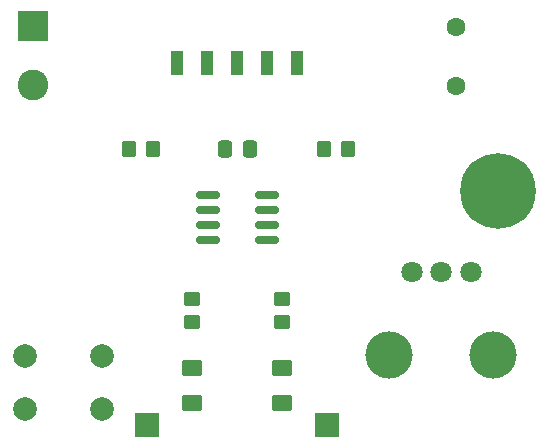
<source format=gts>
%TF.GenerationSoftware,KiCad,Pcbnew,(6.0.7)*%
%TF.CreationDate,2022-08-07T20:56:25-04:00*%
%TF.ProjectId,2022_generic,32303232-5f67-4656-9e65-7269632e6b69,rev?*%
%TF.SameCoordinates,Original*%
%TF.FileFunction,Soldermask,Top*%
%TF.FilePolarity,Negative*%
%FSLAX46Y46*%
G04 Gerber Fmt 4.6, Leading zero omitted, Abs format (unit mm)*
G04 Created by KiCad (PCBNEW (6.0.7)) date 2022-08-07 20:56:25*
%MOMM*%
%LPD*%
G01*
G04 APERTURE LIST*
G04 Aperture macros list*
%AMRoundRect*
0 Rectangle with rounded corners*
0 $1 Rounding radius*
0 $2 $3 $4 $5 $6 $7 $8 $9 X,Y pos of 4 corners*
0 Add a 4 corners polygon primitive as box body*
4,1,4,$2,$3,$4,$5,$6,$7,$8,$9,$2,$3,0*
0 Add four circle primitives for the rounded corners*
1,1,$1+$1,$2,$3*
1,1,$1+$1,$4,$5*
1,1,$1+$1,$6,$7*
1,1,$1+$1,$8,$9*
0 Add four rect primitives between the rounded corners*
20,1,$1+$1,$2,$3,$4,$5,0*
20,1,$1+$1,$4,$5,$6,$7,0*
20,1,$1+$1,$6,$7,$8,$9,0*
20,1,$1+$1,$8,$9,$2,$3,0*%
G04 Aperture macros list end*
%ADD10C,6.400000*%
%ADD11R,2.000000X2.000000*%
%ADD12R,2.600000X2.600000*%
%ADD13C,2.600000*%
%ADD14C,4.000000*%
%ADD15C,1.800000*%
%ADD16RoundRect,0.250001X0.624999X-0.462499X0.624999X0.462499X-0.624999X0.462499X-0.624999X-0.462499X0*%
%ADD17RoundRect,0.250000X-0.450000X0.350000X-0.450000X-0.350000X0.450000X-0.350000X0.450000X0.350000X0*%
%ADD18RoundRect,0.250000X-0.350000X-0.450000X0.350000X-0.450000X0.350000X0.450000X-0.350000X0.450000X0*%
%ADD19C,1.600000*%
%ADD20C,2.000000*%
%ADD21RoundRect,0.250000X0.337500X0.475000X-0.337500X0.475000X-0.337500X-0.475000X0.337500X-0.475000X0*%
%ADD22R,1.000000X2.000000*%
%ADD23RoundRect,0.150000X-0.825000X-0.150000X0.825000X-0.150000X0.825000X0.150000X-0.825000X0.150000X0*%
G04 APERTURE END LIST*
D10*
X180848000Y-118110000D03*
D11*
X166370000Y-137922000D03*
D12*
X141470000Y-104180000D03*
D13*
X141470000Y-109180000D03*
D14*
X180422000Y-132014000D03*
X171622000Y-132014000D03*
D15*
X173522000Y-125014000D03*
X176022000Y-125014000D03*
X178522000Y-125014000D03*
D16*
X154940000Y-136107500D03*
X154940000Y-133132500D03*
D11*
X151130000Y-137922000D03*
D17*
X162560000Y-127270000D03*
X162560000Y-129270000D03*
D18*
X149622000Y-114554000D03*
X151622000Y-114554000D03*
D19*
X177292000Y-109249216D03*
X177292000Y-104249216D03*
D20*
X147268000Y-132116000D03*
X140768000Y-132116000D03*
X140768000Y-136616000D03*
X147268000Y-136616000D03*
D21*
X159787500Y-114554000D03*
X157712500Y-114554000D03*
D16*
X162560000Y-136107500D03*
X162560000Y-133132500D03*
D17*
X154940000Y-127270000D03*
X154940000Y-129270000D03*
D22*
X153670000Y-107349500D03*
X156210000Y-107349500D03*
X158750000Y-107349500D03*
X161290000Y-107349500D03*
X163830000Y-107349500D03*
D18*
X166132000Y-114554000D03*
X168132000Y-114554000D03*
D23*
X156275000Y-118491000D03*
X156275000Y-119761000D03*
X156275000Y-121031000D03*
X156275000Y-122301000D03*
X161225000Y-122301000D03*
X161225000Y-121031000D03*
X161225000Y-119761000D03*
X161225000Y-118491000D03*
M02*

</source>
